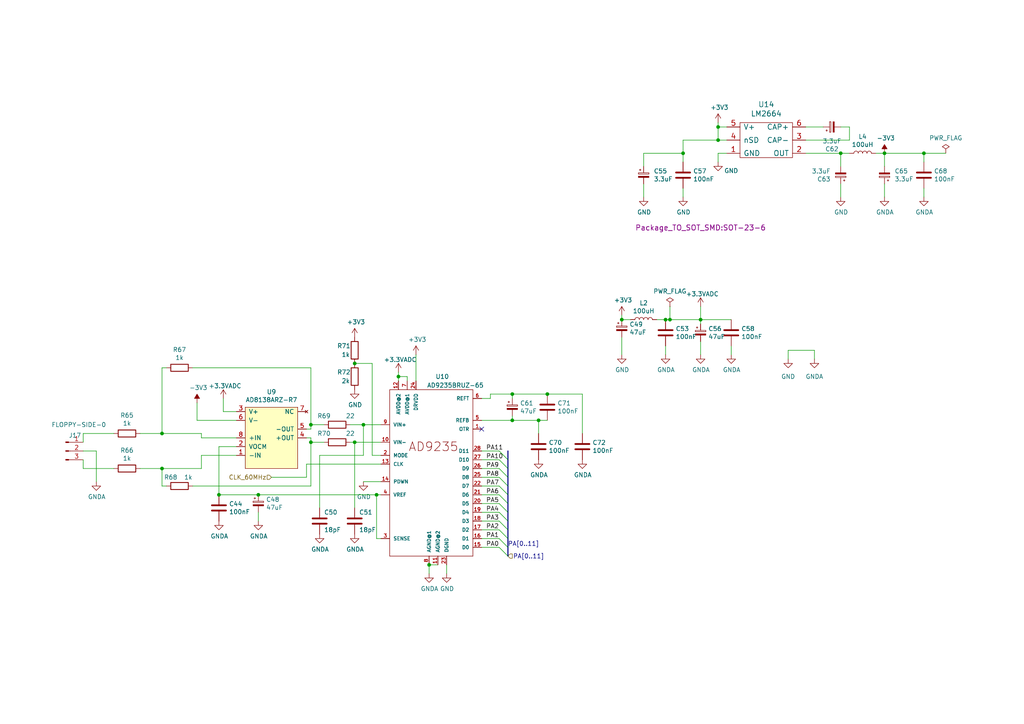
<source format=kicad_sch>
(kicad_sch (version 20211123) (generator eeschema)
  (paper "A4")
  (title_block (company "SweProj.com"))
  (lib_symbols
    (symbol "AnalogFluxReader-rescue:CP_Small-Device" (pin_numbers hide) (pin_names (offset 0.254) hide)
      (property "Reference" "C" (at 0.254 1.778 0))
      (property "Value" "CP_Small-Device" (at 0.254 -2.032 0))
      (symbol "CP_Small-Device_0_1"
        (rectangle (start -1.524 -0.3048) (end 1.524 -0.6858) (fill (type outline)))
        (rectangle (start -1.524 0.6858) (end 1.524 0.3048))
        (polyline (pts (xy -1.27 1.524) (xy -0.762 1.524)))
        (polyline (pts (xy -1.016 1.27) (xy -1.016 1.778)))
      )
      (symbol "CP_Small-Device_1_1"
        (pin passive line (at 0 2.54 270) (length 1.8542) (name "~") (number "1"))
        (pin passive line (at 0 -2.54 90) (length 1.8542) (name "~") (number "2"))
      )
    )
    (symbol "Connector:Conn_01x03_Male" (pin_names (offset 1.016) hide)
      (property "Reference" "J" (at 0 5.08 0))
      (property "Value" "Conn_01x03_Male" (at 0 -5.08 0))
      (symbol "Conn_01x03_Male_1_1"
        (polyline (pts (xy 1.27 -2.54) (xy 0.8636 -2.54)) (stroke (width 0.1524)))
        (polyline (pts (xy 1.27 0) (xy 0.8636 0)) (stroke (width 0.1524)))
        (polyline (pts (xy 1.27 2.54) (xy 0.8636 2.54)) (stroke (width 0.1524)))
        (rectangle (start 0.8636 -2.413) (end 0 -2.667) (stroke (width 0.1524)) (fill (type outline)))
        (rectangle (start 0.8636 0.127) (end 0 -0.127) (stroke (width 0.1524)) (fill (type outline)))
        (rectangle (start 0.8636 2.667) (end 0 2.413) (stroke (width 0.1524)) (fill (type outline)))
        (pin passive line (at 5.08 2.54 180) (length 3.81) (name "Pin_1") (number "1"))
        (pin passive line (at 5.08 0 180) (length 3.81) (name "Pin_2") (number "2"))
        (pin passive line (at 5.08 -2.54 180) (length 3.81) (name "Pin_3") (number "3"))
      )
    )
    (symbol "Device:C" (pin_numbers hide) (pin_names (offset 0.254))
      (property "Reference" "C" (at 0.635 2.54 0))
      (property "Value" "C" (at 0.635 -2.54 0))
      (symbol "C_0_1"
        (polyline (pts (xy -2.032 -0.762) (xy 2.032 -0.762)) (stroke (width 0.508)))
        (polyline (pts (xy -2.032 0.762) (xy 2.032 0.762)) (stroke (width 0.508)))
      )
      (symbol "C_1_1"
        (pin passive line (at 0 3.81 270) (length 2.794) (name "~") (number "1"))
        (pin passive line (at 0 -3.81 90) (length 2.794) (name "~") (number "2"))
      )
    )
    (symbol "Device:C_Polarized_Small" (pin_numbers hide) (pin_names (offset 0.254) hide)
      (property "Reference" "C" (at 0.254 1.778 0))
      (property "Value" "C_Polarized_Small" (at 0.254 -2.032 0))
      (symbol "C_Polarized_Small_0_1"
        (rectangle (start -1.524 -0.3048) (end 1.524 -0.6858) (fill (type outline)))
        (rectangle (start -1.524 0.6858) (end 1.524 0.3048))
        (polyline (pts (xy -1.27 1.524) (xy -0.762 1.524)))
        (polyline (pts (xy -1.016 1.27) (xy -1.016 1.778)))
      )
      (symbol "C_Polarized_Small_1_1"
        (pin passive line (at 0 2.54 270) (length 1.8542) (name "~") (number "1"))
        (pin passive line (at 0 -2.54 90) (length 1.8542) (name "~") (number "2"))
      )
    )
    (symbol "Device:L" (pin_numbers hide) (pin_names (offset 1.016) hide)
      (property "Reference" "L" (at -1.27 0 90))
      (property "Value" "L" (at 1.905 0 90))
      (symbol "L_0_1"
        (arc (start 0 -2.54) (mid 0.635 -1.905) (end 0 -1.27))
        (arc (start 0 -1.27) (mid 0.635 -0.635) (end 0 0))
        (arc (start 0 0) (mid 0.635 0.635) (end 0 1.27))
        (arc (start 0 1.27) (mid 0.635 1.905) (end 0 2.54))
      )
      (symbol "L_1_1"
        (pin passive line (at 0 3.81 270) (length 1.27) (name "1") (number "1"))
        (pin passive line (at 0 -3.81 90) (length 1.27) (name "2") (number "2"))
      )
    )
    (symbol "Device:R" (pin_numbers hide) (pin_names (offset 0))
      (property "Reference" "R" (at 2.032 0 90))
      (property "Value" "R" (at 0 0 90))
      (symbol "R_0_1"
        (rectangle (start -1.016 -2.54) (end 1.016 2.54) (stroke (width 0.254)))
      )
      (symbol "R_1_1"
        (pin passive line (at 0 3.81 270) (length 1.27) (name "~") (number "1"))
        (pin passive line (at 0 -3.81 90) (length 1.27) (name "~") (number "2"))
      )
    )
    (symbol "Greaseweazle:AD8138-ad8138" (pin_names (offset 1.016))
      (property "Reference" "IC" (at -7.62 10.16 0))
      (property "Value" "AD8138-ad8138" (at -7.62 -10.16 0))
      (symbol "AD8138-ad8138_0_0"
        (pin input line (at -10.16 -5.08 0) (length 2.54) (name "-IN") (number "1"))
        (pin input line (at -10.16 -2.54 0) (length 2.54) (name "VOCM") (number "2"))
        (pin power_in line (at -10.16 7.62 0) (length 2.54) (name "V+") (number "3"))
        (pin output line (at 10.16 0 180) (length 2.54) (name "+OUT") (number "4"))
        (pin output line (at 10.16 2.54 180) (length 2.54) (name "-OUT") (number "5"))
        (pin power_in line (at -10.16 5.08 0) (length 2.54) (name "V-") (number "6"))
        (pin no_connect line (at 10.16 7.62 180) (length 2.54) (name "NC") (number "7"))
        (pin input line (at -10.16 0 0) (length 2.54) (name "+IN") (number "8"))
      )
      (symbol "AD8138-ad8138_0_1"
        (rectangle (start -7.62 8.89) (end 7.62 -8.89) (fill (type background)))
      )
    )
    (symbol "Greaseweazle:AD9235BR-ad9235" (pin_names (offset 1.016))
      (property "Reference" "U" (at 2.54 26.67 0))
      (property "Value" "AD9235BR-ad9235" (at 6.35 24.13 0))
      (symbol "AD9235BR-ad9235_1_0"
        (polyline (pts (xy -12.7 -25.4) (xy -12.7 22.86)))
        (polyline (pts (xy -12.7 22.86) (xy 11.43 22.86)))
        (polyline (pts (xy 11.43 -25.4) (xy -12.7 -25.4)))
        (polyline (pts (xy 11.43 22.86) (xy 11.43 -25.4)))
        (text "AD9235" (at 0 6.35 0) (effects (font (size 2.54 2.54))))
      )
      (symbol "AD9235BR-ad9235_1_1"
        (pin output line (at 13.97 11.43 180) (length 2.54) (name "OTR") (number "1"))
        (pin input line (at -15.24 7.62 0) (length 2.54) (name "VIN-") (number "10"))
        (pin power_in line (at 1.27 -27.94 90) (length 2.54) (name "AGND@2") (number "11"))
        (pin power_in line (at -10.16 25.4 270) (length 2.54) (name "AVDD@2") (number "12"))
        (pin input line (at -15.24 1.27 0) (length 2.54) (name "CLK") (number "13"))
        (pin input line (at -15.24 -3.81 0) (length 2.54) (name "PDWN") (number "14"))
        (pin output line (at 13.97 -22.86 180) (length 2.54) (name "D0") (number "15"))
        (pin output line (at 13.97 -20.32 180) (length 2.54) (name "D1") (number "16"))
        (pin output line (at 13.97 -17.78 180) (length 2.54) (name "D2") (number "17"))
        (pin output line (at 13.97 -15.24 180) (length 2.54) (name "D3") (number "18"))
        (pin output line (at 13.97 -12.7 180) (length 2.54) (name "D4") (number "19"))
        (pin input line (at -15.24 3.81 0) (length 2.54) (name "MODE") (number "2"))
        (pin output line (at 13.97 -10.16 180) (length 2.54) (name "D5") (number "20"))
        (pin output line (at 13.97 -7.62 180) (length 2.54) (name "D6") (number "21"))
        (pin output line (at 13.97 -5.08 180) (length 2.54) (name "D7") (number "22"))
        (pin power_in line (at 3.81 -27.94 90) (length 2.54) (name "DGND") (number "23"))
        (pin power_in line (at -5.08 25.4 270) (length 2.54) (name "DRVDD") (number "24"))
        (pin output line (at 13.97 -2.54 180) (length 2.54) (name "D8") (number "25"))
        (pin output line (at 13.97 0 180) (length 2.54) (name "D9") (number "26"))
        (pin output line (at 13.97 2.54 180) (length 2.54) (name "D10") (number "27"))
        (pin output line (at 13.97 5.08 180) (length 2.54) (name "D11") (number "28"))
        (pin input line (at -15.24 -20.32 0) (length 2.54) (name "SENSE") (number "3"))
        (pin input line (at -15.24 -7.62 0) (length 2.54) (name "VREF") (number "4"))
        (pin output line (at 13.97 13.97 180) (length 2.54) (name "REFB") (number "5"))
        (pin output line (at 13.97 20.32 180) (length 2.54) (name "REFT") (number "6"))
        (pin power_in line (at -7.62 25.4 270) (length 2.54) (name "AVDD@1") (number "7"))
        (pin power_in line (at -1.27 -27.94 90) (length 2.54) (name "AGND@1") (number "8"))
        (pin input line (at -15.24 12.7 0) (length 2.54) (name "VIN+") (number "9"))
      )
    )
    (symbol "Greaseweazle:CP_Small-Device" (pin_numbers hide) (pin_names (offset 0.254) hide)
      (property "Reference" "C" (at 0.254 1.778 0))
      (property "Value" "CP_Small-Device" (at 0.254 -2.032 0))
      (symbol "CP_Small-Device_0_1"
        (rectangle (start -1.524 -0.3048) (end 1.524 -0.6858) (fill (type outline)))
        (rectangle (start -1.524 0.6858) (end 1.524 0.3048))
        (polyline (pts (xy -1.27 1.524) (xy -0.762 1.524)))
        (polyline (pts (xy -1.016 1.27) (xy -1.016 1.778)))
      )
      (symbol "CP_Small-Device_1_1"
        (pin passive line (at 0 2.54 270) (length 1.8542) (name "~") (number "1"))
        (pin passive line (at 0 -2.54 90) (length 1.8542) (name "~") (number "2"))
      )
    )
    (symbol "Greaseweazle:LM2664-tinkerforge" (pin_names (offset 1.016))
      (property "Reference" "U" (at -6.35 6.35 0))
      (property "Value" "LM2664-tinkerforge" (at 0 -6.35 0))
      (symbol "LM2664-tinkerforge_0_1"
        (rectangle (start -7.62 5.08) (end 7.62 -5.08))
      )
      (symbol "LM2664-tinkerforge_1_1"
        (pin input line (at -11.43 -3.81 0) (length 3.81) (name "GND") (number "1"))
        (pin input line (at 11.43 -3.81 180) (length 3.81) (name "OUT") (number "2"))
        (pin input line (at 11.43 0 180) (length 3.81) (name "CAP-") (number "3"))
        (pin input line (at -11.43 0 0) (length 3.81) (name "nSD") (number "4"))
        (pin input line (at -11.43 3.81 0) (length 3.81) (name "V+") (number "5"))
        (pin input line (at 11.43 3.81 180) (length 3.81) (name "CAP+") (number "6"))
      )
    )
    (symbol "power:+3.3VADC" (power) (pin_names (offset 0))
      (property "Value" "+3.3VADC" (at 0 2.54 0))
      (symbol "+3.3VADC_0_0"
        (pin power_in line (at 0 0 90) (length 0) hide (name "+3.3VADC") (number "1"))
      )
      (symbol "+3.3VADC_0_1"
        (polyline (pts (xy -0.762 1.27) (xy 0 2.54)))
        (polyline (pts (xy 0 0) (xy 0 2.54)))
        (polyline (pts (xy 0 2.54) (xy 0.762 1.27)))
      )
    )
    (symbol "power:+3V3" (power) (pin_names (offset 0))
      (property "Value" "+3V3" (at 0 3.556 0))
      (symbol "+3V3_0_1"
        (polyline (pts (xy -0.762 1.27) (xy 0 2.54)))
        (polyline (pts (xy 0 0) (xy 0 2.54)))
        (polyline (pts (xy 0 2.54) (xy 0.762 1.27)))
      )
      (symbol "+3V3_1_1"
        (pin power_in line (at 0 0 90) (length 0) hide (name "+3V3") (number "1"))
      )
    )
    (symbol "power:-3V3" (power) (pin_names (offset 0))
      (property "Value" "-3V3" (at 0 3.81 0))
      (symbol "-3V3_0_0"
        (pin power_in line (at 0 0 90) (length 0) hide (name "-3V3") (number "1"))
      )
      (symbol "-3V3_0_1"
        (polyline (pts (xy 0 0) (xy 0 1.27) (xy 0.762 1.27) (xy 0 2.54) (xy -0.762 1.27) (xy 0 1.27)) (fill (type outline)))
      )
    )
    (symbol "power:GND" (power) (pin_names (offset 0))
      (property "Value" "GND" (at 0 -3.81 0))
      (symbol "GND_0_1"
        (polyline (pts (xy 0 0) (xy 0 -1.27) (xy 1.27 -1.27) (xy 0 -2.54) (xy -1.27 -1.27) (xy 0 -1.27)))
      )
      (symbol "GND_1_1"
        (pin power_in line (at 0 0 270) (length 0) hide (name "GND") (number "1"))
      )
    )
    (symbol "power:GNDA" (power) (pin_names (offset 0))
      (property "Value" "GNDA" (at 0 -3.81 0))
      (symbol "GNDA_0_1"
        (polyline (pts (xy 0 0) (xy 0 -1.27) (xy 1.27 -1.27) (xy 0 -2.54) (xy -1.27 -1.27) (xy 0 -1.27)))
      )
      (symbol "GNDA_1_1"
        (pin power_in line (at 0 0 270) (length 0) hide (name "GNDA") (number "1"))
      )
    )
    (symbol "power:PWR_FLAG" (power) (pin_numbers hide) (pin_names (offset 0) hide)
      (property "Value" "PWR_FLAG" (at 0 3.81 0))
      (symbol "PWR_FLAG_0_0"
        (pin power_out line (at 0 0 90) (length 0) (name "pwr") (number "1"))
      )
      (symbol "PWR_FLAG_0_1"
        (polyline (pts (xy 0 0) (xy 0 1.27) (xy -1.016 1.905) (xy 0 2.54) (xy 1.016 1.905) (xy 0 1.27)))
      )
    )
  )
  (junction (at 158.75 114.3))
  (junction (at 74.93 143.51))
  (junction (at 63.5 143.51))
  (junction (at 109.22 143.51))
  (junction (at 256.54 44.45))
  (junction (at 156.21 121.92))
  (junction (at 208.28 36.83))
  (junction (at 267.97 44.45))
  (junction (at 90.17 123.19))
  (junction (at 90.17 128.27))
  (junction (at 105.41 123.19))
  (junction (at 148.59 114.3))
  (junction (at 124.46 163.83))
  (junction (at 102.87 105.41))
  (junction (at 243.84 44.45))
  (junction (at 193.04 92.71))
  (junction (at 208.28 40.64))
  (junction (at 46.99 125.73))
  (junction (at 203.2 92.71))
  (junction (at 198.12 44.45))
  (junction (at 102.87 128.27))
  (junction (at 194.31 92.71))
  (junction (at 148.59 121.92))
  (junction (at 115.57 109.22))
  (junction (at 46.99 135.89))
  (junction (at 180.34 92.71))
  (no_connect (at 139.7 124.46))
  (bus_entry (at 144.78 138.43) (size 2.54 2.54))
  (bus_entry (at 144.78 140.97) (size 2.54 2.54))
  (bus_entry (at 144.78 143.51) (size 2.54 2.54))
  (bus_entry (at 144.78 151.13) (size 2.54 2.54))
  (bus_entry (at 144.78 153.67) (size 2.54 2.54))
  (bus_entry (at 144.78 156.21) (size 2.54 2.54))
  (bus_entry (at 144.78 158.75) (size 2.54 2.54))
  (bus_entry (at 144.78 130.81) (size 2.54 2.54))
  (bus_entry (at 144.78 133.35) (size 2.54 2.54))
  (bus_entry (at 144.78 135.89) (size 2.54 2.54))
  (bus_entry (at 144.78 148.59) (size 2.54 2.54))
  (bus_entry (at 144.78 146.05) (size 2.54 2.54))
  (wire (pts (xy 105.41 139.7) (xy 110.49 139.7)))
  (wire (pts (xy 148.59 121.92) (xy 156.21 121.92)))
  (wire (pts (xy 93.98 128.27) (xy 90.17 128.27)))
  (wire (pts (xy 243.84 53.34) (xy 243.84 57.15)))
  (wire (pts (xy 203.2 92.71) (xy 203.2 88.9)))
  (wire (pts (xy 274.32 44.45) (xy 267.97 44.45)))
  (wire (pts (xy 105.41 123.19) (xy 110.49 123.19)))
  (wire (pts (xy 208.28 36.83) (xy 208.28 35.56)))
  (wire (pts (xy 120.65 110.49) (xy 120.65 102.87)))
  (wire (pts (xy 90.17 106.68) (xy 55.88 106.68)))
  (wire (pts (xy 115.57 110.49) (xy 115.57 109.22)))
  (wire (pts (xy 105.41 132.08) (xy 105.41 123.19)))
  (bus (pts (xy 147.32 130.81) (xy 147.32 133.35)))
  (wire (pts (xy 243.84 36.83) (xy 246.38 36.83)))
  (wire (pts (xy 74.93 151.13) (xy 74.93 148.59)))
  (wire (pts (xy 63.5 143.51) (xy 74.93 143.51)))
  (wire (pts (xy 139.7 135.89) (xy 144.78 135.89)))
  (wire (pts (xy 102.87 147.32) (xy 102.87 128.27)))
  (wire (pts (xy 233.68 36.83) (xy 238.76 36.83)))
  (wire (pts (xy 139.7 138.43) (xy 144.78 138.43)))
  (wire (pts (xy 74.93 143.51) (xy 109.22 143.51)))
  (wire (pts (xy 180.34 92.71) (xy 182.88 92.71)))
  (wire (pts (xy 63.5 143.51) (xy 63.5 129.54)))
  (wire (pts (xy 203.2 93.98) (xy 203.2 92.71)))
  (wire (pts (xy 46.99 140.97) (xy 46.99 135.89)))
  (wire (pts (xy 124.46 166.37) (xy 124.46 163.83)))
  (wire (pts (xy 90.17 123.19) (xy 90.17 106.68)))
  (wire (pts (xy 243.84 44.45) (xy 246.38 44.45)))
  (wire (pts (xy 88.9 134.62) (xy 110.49 134.62)))
  (wire (pts (xy 63.5 129.54) (xy 68.58 129.54)))
  (bus (pts (xy 147.32 135.89) (xy 147.32 138.43)))
  (wire (pts (xy 210.82 36.83) (xy 208.28 36.83)))
  (wire (pts (xy 208.28 44.45) (xy 210.82 44.45)))
  (wire (pts (xy 102.87 128.27) (xy 110.49 128.27)))
  (wire (pts (xy 139.7 151.13) (xy 144.78 151.13)))
  (wire (pts (xy 193.04 102.87) (xy 193.04 100.33)))
  (wire (pts (xy 68.58 119.38) (xy 64.77 119.38)))
  (wire (pts (xy 109.22 143.51) (xy 110.49 143.51)))
  (wire (pts (xy 90.17 124.46) (xy 90.17 123.19)))
  (wire (pts (xy 203.2 99.06) (xy 203.2 102.87)))
  (wire (pts (xy 109.22 143.51) (xy 109.22 156.21)))
  (wire (pts (xy 193.04 92.71) (xy 194.31 92.71)))
  (wire (pts (xy 156.21 125.73) (xy 156.21 121.92)))
  (wire (pts (xy 148.59 115.57) (xy 148.59 114.3)))
  (wire (pts (xy 24.13 125.73) (xy 24.13 128.27)))
  (bus (pts (xy 147.32 158.75) (xy 147.32 161.29)))
  (wire (pts (xy 107.95 105.41) (xy 107.95 132.08)))
  (wire (pts (xy 78.74 138.43) (xy 88.9 138.43)))
  (wire (pts (xy 256.54 53.34) (xy 256.54 57.15)))
  (wire (pts (xy 256.54 44.45) (xy 256.54 48.26)))
  (wire (pts (xy 139.7 133.35) (xy 144.78 133.35)))
  (wire (pts (xy 102.87 105.41) (xy 107.95 105.41)))
  (wire (pts (xy 180.34 97.79) (xy 180.34 102.87)))
  (wire (pts (xy 139.7 121.92) (xy 148.59 121.92)))
  (wire (pts (xy 139.7 148.59) (xy 144.78 148.59)))
  (wire (pts (xy 186.69 44.45) (xy 186.69 48.26)))
  (wire (pts (xy 156.21 121.92) (xy 158.75 121.92)))
  (wire (pts (xy 267.97 44.45) (xy 256.54 44.45)))
  (wire (pts (xy 90.17 127) (xy 88.9 127)))
  (wire (pts (xy 68.58 121.92) (xy 57.15 121.92)))
  (wire (pts (xy 92.71 132.08) (xy 105.41 132.08)))
  (wire (pts (xy 55.88 140.97) (xy 90.17 140.97)))
  (wire (pts (xy 210.82 40.64) (xy 208.28 40.64)))
  (wire (pts (xy 46.99 125.73) (xy 58.42 125.73)))
  (wire (pts (xy 186.69 44.45) (xy 198.12 44.45)))
  (wire (pts (xy 243.84 44.45) (xy 243.84 48.26)))
  (wire (pts (xy 58.42 127) (xy 68.58 127)))
  (bus (pts (xy 147.32 133.35) (xy 147.32 135.89)))
  (wire (pts (xy 48.26 140.97) (xy 46.99 140.97)))
  (wire (pts (xy 186.69 53.34) (xy 186.69 57.15)))
  (wire (pts (xy 228.6 104.14) (xy 228.6 101.6)))
  (wire (pts (xy 246.38 40.64) (xy 233.68 40.64)))
  (wire (pts (xy 127 163.83) (xy 124.46 163.83)))
  (wire (pts (xy 198.12 46.99) (xy 198.12 44.45)))
  (bus (pts (xy 147.32 140.97) (xy 147.32 143.51)))
  (wire (pts (xy 46.99 106.68) (xy 48.26 106.68)))
  (wire (pts (xy 180.34 91.44) (xy 180.34 92.71)))
  (wire (pts (xy 198.12 44.45) (xy 198.12 40.64)))
  (wire (pts (xy 90.17 140.97) (xy 90.17 128.27)))
  (wire (pts (xy 212.09 100.33) (xy 212.09 102.87)))
  (wire (pts (xy 243.84 44.45) (xy 233.68 44.45)))
  (wire (pts (xy 139.7 146.05) (xy 144.78 146.05)))
  (wire (pts (xy 68.58 132.08) (xy 58.42 132.08)))
  (bus (pts (xy 147.32 156.21) (xy 147.32 158.75)))
  (wire (pts (xy 58.42 125.73) (xy 58.42 127)))
  (wire (pts (xy 208.28 46.99) (xy 208.28 44.45)))
  (wire (pts (xy 139.7 130.81) (xy 144.78 130.81)))
  (wire (pts (xy 139.7 143.51) (xy 144.78 143.51)))
  (wire (pts (xy 129.54 166.37) (xy 129.54 163.83)))
  (wire (pts (xy 105.41 123.19) (xy 101.6 123.19)))
  (wire (pts (xy 198.12 40.64) (xy 208.28 40.64)))
  (wire (pts (xy 148.59 120.65) (xy 148.59 121.92)))
  (wire (pts (xy 142.24 114.3) (xy 148.59 114.3)))
  (wire (pts (xy 203.2 92.71) (xy 212.09 92.71)))
  (wire (pts (xy 198.12 57.15) (xy 198.12 54.61)))
  (bus (pts (xy 147.32 143.51) (xy 147.32 146.05)))
  (wire (pts (xy 88.9 124.46) (xy 90.17 124.46)))
  (wire (pts (xy 267.97 46.99) (xy 267.97 44.45)))
  (wire (pts (xy 246.38 36.83) (xy 246.38 40.64)))
  (wire (pts (xy 168.91 114.3) (xy 168.91 125.73)))
  (wire (pts (xy 115.57 109.22) (xy 115.57 107.95)))
  (wire (pts (xy 139.7 156.21) (xy 144.78 156.21)))
  (wire (pts (xy 267.97 57.15) (xy 267.97 54.61)))
  (wire (pts (xy 93.98 123.19) (xy 90.17 123.19)))
  (wire (pts (xy 142.24 115.57) (xy 142.24 114.3)))
  (wire (pts (xy 118.11 109.22) (xy 115.57 109.22)))
  (wire (pts (xy 33.02 135.89) (xy 24.13 135.89)))
  (wire (pts (xy 64.77 119.38) (xy 64.77 115.57)))
  (wire (pts (xy 88.9 138.43) (xy 88.9 134.62)))
  (wire (pts (xy 40.64 125.73) (xy 46.99 125.73)))
  (wire (pts (xy 58.42 132.08) (xy 58.42 135.89)))
  (wire (pts (xy 58.42 135.89) (xy 46.99 135.89)))
  (bus (pts (xy 147.32 146.05) (xy 147.32 148.59)))
  (wire (pts (xy 27.94 139.7) (xy 27.94 130.81)))
  (wire (pts (xy 102.87 128.27) (xy 101.6 128.27)))
  (wire (pts (xy 139.7 140.97) (xy 144.78 140.97)))
  (bus (pts (xy 147.32 148.59) (xy 147.32 151.13)))
  (wire (pts (xy 46.99 125.73) (xy 46.99 106.68)))
  (wire (pts (xy 90.17 128.27) (xy 90.17 127)))
  (wire (pts (xy 46.99 135.89) (xy 40.64 135.89)))
  (wire (pts (xy 256.54 44.45) (xy 254 44.45)))
  (wire (pts (xy 228.6 101.6) (xy 236.22 101.6)))
  (wire (pts (xy 236.22 101.6) (xy 236.22 104.14)))
  (wire (pts (xy 109.22 156.21) (xy 110.49 156.21)))
  (wire (pts (xy 92.71 147.32) (xy 92.71 132.08)))
  (wire (pts (xy 118.11 110.49) (xy 118.11 109.22)))
  (bus (pts (xy 147.32 153.67) (xy 147.32 156.21)))
  (wire (pts (xy 139.7 153.67) (xy 144.78 153.67)))
  (wire (pts (xy 57.15 121.92) (xy 57.15 116.84)))
  (wire (pts (xy 148.59 114.3) (xy 158.75 114.3)))
  (wire (pts (xy 208.28 40.64) (xy 208.28 36.83)))
  (wire (pts (xy 194.31 92.71) (xy 203.2 92.71)))
  (wire (pts (xy 24.13 125.73) (xy 33.02 125.73)))
  (bus (pts (xy 147.32 151.13) (xy 147.32 153.67)))
  (wire (pts (xy 107.95 132.08) (xy 110.49 132.08)))
  (wire (pts (xy 139.7 115.57) (xy 142.24 115.57)))
  (bus (pts (xy 147.32 138.43) (xy 147.32 140.97)))
  (wire (pts (xy 24.13 133.35) (xy 24.13 135.89)))
  (wire (pts (xy 190.5 92.71) (xy 193.04 92.71)))
  (wire (pts (xy 194.31 88.9) (xy 194.31 92.71)))
  (wire (pts (xy 158.75 114.3) (xy 168.91 114.3)))
  (wire (pts (xy 27.94 130.81) (xy 24.13 130.81)))
  (wire (pts (xy 139.7 158.75) (xy 144.78 158.75)))
  (label "PA7" (at 140.97 140.97 0))
  (label "PA4" (at 140.97 148.59 0))
  (label "PA2" (at 140.97 153.67 0))
  (label "PA11" (at 140.97 130.81 0))
  (label "PA5" (at 140.97 146.05 0))
  (label "PA10" (at 140.97 133.35 0))
  (label "PA3" (at 140.97 151.13 0))
  (label "PA8" (at 140.97 138.43 0))
  (label "PA0" (at 140.97 158.75 0))
  (label "PA9" (at 140.97 135.89 0))
  (label "PA1" (at 140.97 156.21 0))
  (label "PA[0..11]" (at 147.32 158.75 0))
  (label "PA6" (at 140.97 143.51 0))
  (hierarchical_label "CLK_60MHz" (shape input) (at 78.74 138.43 180))
  (hierarchical_label "PA[0..11]" (shape input) (at 147.32 161.29 0))
  (symbol (lib_id "power:+3.3VADC") (at 115.57 107.95 0) (unit 1)
    (property "Reference" "#PWR0210" (effects hide))
    (property "Value" "+3.3VADC" (at 116.078 104.3178 0))
  )
  (symbol (lib_id "Device:C") (at 63.5 147.32 180) (unit 1)
    (property "Reference" "C44" (at 66.421 146.1516 0) (effects (justify right)))
    (property "Value" "100nF" (at 66.421 148.463 0) (effects (justify right)))
    (property "Footprint" "Capacitor_SMD:C_0402_1005Metric" (effects hide))
    (property "LCSC" "C1525" (effects hide))
  )
  (symbol (lib_id "Device:L") (at 186.69 92.71 90) (unit 1)
    (property "Reference" "L2" (at 186.69 87.884 90))
    (property "Value" "100uH" (at 186.69 90.1954 90))
    (property "Footprint" "Greaseweazle:L_6.3x6.3_H3" (effects hide))
    (property "LCSC" "C434839" (effects hide))
  )
  (symbol (lib_id "power:GNDA") (at 74.93 151.13 0) (unit 1)
    (property "Reference" "#PWR0195" (effects hide))
    (property "Value" "GNDA" (at 75.057 155.5242 0))
  )
  (symbol (lib_id "Greaseweazle:CP_Small-Device") (at 148.59 118.11 0) (unit 1)
    (property "Reference" "C61" (at 150.8252 116.9416 0) (effects (justify left)))
    (property "Value" "47uF" (at 150.8252 119.253 0) (effects (justify left)))
    (property "Footprint" "Capacitor_SMD:C_0603_1608Metric" (effects hide))
    (property "LCSC" "C140782" (effects hide))
  )
  (symbol (lib_id "Device:C_Polarized_Small") (at 243.84 50.8 180) (unit 1)
    (property "Reference" "C63" (at 240.919 51.9684 0) (effects (justify left)))
    (property "Value" "3.3uF" (at 240.919 49.657 0) (effects (justify left)))
    (property "Footprint" "Capacitor_SMD:CP_Elec_4x5.4" (effects hide))
    (property "LCSC" "C87864" (effects hide))
  )
  (symbol (lib_id "power:GNDA") (at 124.46 166.37 0) (unit 1)
    (property "Reference" "#PWR0212" (effects hide))
    (property "Value" "GNDA" (at 124.587 170.7642 0))
  )
  (symbol (lib_id "power:GND") (at 186.69 57.15 0) (unit 1)
    (property "Reference" "#PWR0192" (effects hide))
    (property "Value" "GND" (at 186.817 61.5442 0))
  )
  (symbol (lib_id "Device:R") (at 52.07 106.68 270) (unit 1)
    (property "Reference" "R67" (at 52.07 101.4222 90))
    (property "Value" "1k" (at 52.07 103.7336 90))
    (property "Footprint" "Resistor_THT:R_Axial_DIN0207_L6.3mm_D2.5mm_P7.62mm_Horizontal" (effects hide))
    (property "LCSC" "C11702" (effects hide))
  )
  (symbol (lib_id "power:PWR_FLAG") (at 274.32 44.45 0) (unit 1)
    (property "Reference" "#FLG0102" (effects hide))
    (property "Value" "PWR_FLAG" (at 274.32 40.0304 0))
  )
  (symbol (lib_id "power:GNDA") (at 27.94 139.7 0) (unit 1)
    (property "Reference" "#PWR0205" (effects hide))
    (property "Value" "GNDA" (at 28.067 144.0942 0))
  )
  (symbol (lib_id "Device:C_Polarized_Small") (at 186.69 50.8 0) (unit 1)
    (property "Reference" "C55" (at 189.611 49.6316 0) (effects (justify left)))
    (property "Value" "3.3uF" (at 189.611 51.943 0) (effects (justify left)))
    (property "Footprint" "Capacitor_SMD:CP_Elec_4x5.4" (effects hide))
    (property "LCSC" "C87864" (effects hide))
  )
  (symbol (lib_id "power:-3V3") (at 57.15 116.84 0) (unit 1)
    (property "Reference" "#PWR0207" (effects hide))
    (property "Value" "-3V3" (at 57.531 112.4458 0))
  )
  (symbol (lib_id "Device:C") (at 168.91 129.54 180) (unit 1)
    (property "Reference" "C72" (at 171.831 128.3716 0) (effects (justify right)))
    (property "Value" "100nF" (at 171.831 130.683 0) (effects (justify right)))
    (property "Footprint" "Capacitor_SMD:C_0402_1005Metric" (effects hide))
    (property "LCSC" "C1525" (effects hide))
  )
  (symbol (lib_id "power:GNDA") (at 256.54 57.15 0) (unit 1)
    (property "Reference" "#PWR0188" (effects hide))
    (property "Value" "GNDA" (at 256.667 61.5442 0))
  )
  (symbol (lib_id "Device:C") (at 198.12 50.8 0) (unit 1)
    (property "Reference" "C57" (at 201.041 49.6316 0) (effects (justify left)))
    (property "Value" "100nF" (at 201.041 51.943 0) (effects (justify left)))
    (property "Footprint" "Capacitor_SMD:C_0402_1005Metric" (effects hide))
    (property "LCSC" "C1525" (effects hide))
  )
  (symbol (lib_id "power:GND") (at 105.41 139.7 0) (unit 1)
    (property "Reference" "#PWR0191" (effects hide))
    (property "Value" "GND" (at 105.537 144.0942 0))
  )
  (symbol (lib_id "Device:R") (at 36.83 135.89 270) (unit 1)
    (property "Reference" "R66" (at 36.83 130.6322 90))
    (property "Value" "1k" (at 36.83 132.9436 90))
    (property "Footprint" "Resistor_THT:R_Axial_DIN0207_L6.3mm_D2.5mm_P7.62mm_Horizontal" (effects hide))
    (property "LCSC" "C11702" (effects hide))
  )
  (symbol (lib_id "power:GNDA") (at 212.09 102.87 0) (unit 1)
    (property "Reference" "#PWR0199" (effects hide))
    (property "Value" "GNDA" (at 212.217 107.2642 0))
  )
  (symbol (lib_id "Greaseweazle:AD8138-ad8138") (at 78.74 127 0) (unit 1)
    (property "Reference" "U9" (at 78.74 113.665 0))
    (property "Value" "AD8138ARZ-R7" (at 78.74 115.9764 0))
    (property "Footprint" "Package_SO:SOIC-8_3.9x4.9mm_P1.27mm" (effects hide))
    (property "Datasheet" "http://www.analog.com/media/en/technical-documentation/data-sheets/AD8138.pdf" (effects hide))
    (property "Farnell" "2725700" (effects hide))
  )
  (symbol (lib_id "Device:C") (at 156.21 129.54 180) (unit 1)
    (property "Reference" "C70" (at 159.131 128.3716 0) (effects (justify right)))
    (property "Value" "100nF" (at 159.131 130.683 0) (effects (justify right)))
    (property "Footprint" "Capacitor_SMD:C_0402_1005Metric" (effects hide))
    (property "LCSC" "C1525" (effects hide))
  )
  (symbol (lib_id "power:GNDA") (at 203.2 102.87 0) (unit 1)
    (property "Reference" "#PWR0183" (effects hide))
    (property "Value" "GNDA" (at 203.327 107.2642 0))
  )
  (symbol (lib_id "power:GNDA") (at 92.71 154.94 0) (unit 1)
    (property "Reference" "#PWR0194" (effects hide))
    (property "Value" "GNDA" (at 92.837 159.3342 0))
  )
  (symbol (lib_id "Greaseweazle:LM2664-tinkerforge") (at 222.25 40.64 0) (unit 1)
    (property "Reference" "U14" (at 222.25 30.2768 0) (effects (font (size 1.524 1.524))))
    (property "Value" "LM2664" (at 222.25 32.9692 0) (effects (font (size 1.524 1.524))))
    (property "Footprint" "Package_TO_SOT_SMD:SOT-23-6" (at 203.2 66.04 0) (effects (font (size 1.524 1.524))))
    (property "LCSC" "C840095" (effects hide))
  )
  (symbol (lib_id "power:+3V3") (at 180.34 91.44 0) (unit 1)
    (property "Reference" "#PWR0189" (effects hide))
    (property "Value" "+3V3" (at 180.721 87.0458 0))
  )
  (symbol (lib_id "power:+3.3VADC") (at 64.77 115.57 0) (unit 1)
    (property "Reference" "#PWR0203" (effects hide))
    (property "Value" "+3.3VADC" (at 65.278 111.9378 0))
  )
  (symbol (lib_id "power:GND") (at 102.87 113.03 0) (unit 1)
    (property "Reference" "#PWR0211" (effects hide))
    (property "Value" "GND" (at 102.997 117.4242 0))
  )
  (symbol (lib_id "Greaseweazle:CP_Small-Device") (at 203.2 96.52 0) (unit 1)
    (property "Reference" "C56" (at 205.4352 95.3516 0) (effects (justify left)))
    (property "Value" "47uF" (at 205.4352 97.663 0) (effects (justify left)))
    (property "Footprint" "Capacitor_SMD:C_0603_1608Metric" (effects hide))
    (property "LCSC" "C140782" (effects hide))
  )
  (symbol (lib_id "Greaseweazle:CP_Small-Device") (at 180.34 95.25 0) (unit 1)
    (property "Reference" "C49" (at 182.5752 94.0816 0) (effects (justify left)))
    (property "Value" "47uF" (at 182.5752 96.393 0) (effects (justify left)))
    (property "Footprint" "Capacitor_SMD:C_0603_1608Metric" (effects hide))
    (property "LCSC" "C140782" (effects hide))
  )
  (symbol (lib_id "Device:R") (at 52.07 140.97 270) (unit 1)
    (property "Reference" "R68" (at 49.53 138.43 90))
    (property "Value" "1k" (at 54.61 138.43 90))
    (property "Footprint" "Resistor_THT:R_Axial_DIN0207_L6.3mm_D2.5mm_P7.62mm_Horizontal" (effects hide))
    (property "LCSC" "C11702" (effects hide))
  )
  (symbol (lib_id "power:GNDA") (at 156.21 133.35 0) (unit 1)
    (property "Reference" "#PWR0215" (effects hide))
    (property "Value" "GNDA" (at 156.337 137.7442 0))
  )
  (symbol (lib_id "power:+3V3") (at 120.65 102.87 0) (unit 1)
    (property "Reference" "#PWR0209" (effects hide))
    (property "Value" "+3V3" (at 121.031 98.4758 0))
  )
  (symbol (lib_id "Device:C_Polarized_Small") (at 256.54 50.8 180) (unit 1)
    (property "Reference" "C65" (at 259.461 49.6316 0) (effects (justify right)))
    (property "Value" "3.3uF" (at 259.461 51.943 0) (effects (justify right)))
    (property "Footprint" "Capacitor_SMD:CP_Elec_4x5.4" (effects hide))
    (property "LCSC" "C87864" (effects hide))
  )
  (symbol (lib_id "Greaseweazle:AD9235BR-ad9235") (at 125.73 135.89 0) (unit 1)
    (property "Reference" "U10" (at 128.27 109.22 0))
    (property "Value" "AD9235BRUZ-65" (at 132.08 111.76 0))
    (property "Footprint" "Package_SO:TSSOP-28_4.4x9.7mm_P0.65mm" (effects hide))
  )
  (symbol (lib_id "power:GND") (at 228.6 104.14 0) (unit 1)
    (property "Reference" "#PWR0259" (effects hide))
    (property "Value" "GND" (at 228.6 109.22 0))
  )
  (symbol (lib_id "Device:C") (at 212.09 96.52 0) (unit 1)
    (property "Reference" "C58" (at 215.011 95.3516 0) (effects (justify left)))
    (property "Value" "100nF" (at 215.011 97.663 0) (effects (justify left)))
    (property "Footprint" "Capacitor_SMD:C_0402_1005Metric" (effects hide))
    (property "LCSC" "C1525" (effects hide))
  )
  (symbol (lib_id "Device:C") (at 267.97 50.8 0) (unit 1)
    (property "Reference" "C68" (at 270.891 49.6316 0) (effects (justify left)))
    (property "Value" "100nF" (at 270.891 51.943 0) (effects (justify left)))
    (property "Footprint" "Capacitor_SMD:C_0402_1005Metric" (effects hide))
    (property "LCSC" "C1525" (effects hide))
  )
  (symbol (lib_id "Device:C_Polarized_Small") (at 241.3 36.83 90) (unit 1)
    (property "Reference" "C62" (at 241.3 43.2308 90))
    (property "Value" "3.3uF" (at 241.3 40.9194 90))
    (property "Footprint" "Capacitor_SMD:CP_Elec_4x5.4" (effects hide))
    (property "LCSC" "C87864" (effects hide))
  )
  (symbol (lib_id "Device:R") (at 97.79 123.19 270) (unit 1)
    (property "Reference" "R69" (at 93.98 120.65 90))
    (property "Value" "22" (at 101.6 120.65 90))
    (property "Footprint" "Resistor_SMD:R_0402_1005Metric" (effects hide))
    (property "LCSC" "C25092" (effects hide))
  )
  (symbol (lib_id "power:GND") (at 129.54 166.37 0) (unit 1)
    (property "Reference" "#PWR0214" (effects hide))
    (property "Value" "GND" (at 129.667 170.7642 0))
  )
  (symbol (lib_id "power:GND") (at 208.28 46.99 0) (unit 1)
    (property "Reference" "#PWR0197" (effects hide))
    (property "Value" "GND" (at 212.09 49.53 0))
  )
  (symbol (lib_id "Connector:Conn_01x03_Male") (at 19.05 130.81 0) (unit 1)
    (property "Reference" "J17" (at 21.7424 126.2888 0))
    (property "Value" "FLOPPY-SIDE-0" (at 22.86 123.19 0))
    (property "Footprint" "Connector_PinHeader_2.54mm:PinHeader_1x03_P2.54mm_Vertical" (effects hide))
  )
  (symbol (lib_id "Device:C") (at 102.87 151.13 180) (unit 1)
    (property "Reference" "C51" (at 104.14 148.59 0) (effects (justify right)))
    (property "Value" "18pF" (at 104.14 153.67 0) (effects (justify right)))
    (property "Footprint" "Capacitor_SMD:C_0402_1005Metric" (effects hide))
    (property "LCSC" "C1549" (effects hide))
  )
  (symbol (lib_id "Device:C") (at 92.71 151.13 180) (unit 1)
    (property "Reference" "C50" (at 93.98 148.59 0) (effects (justify right)))
    (property "Value" "18pF" (at 93.98 153.67 0) (effects (justify right)))
    (property "Footprint" "Capacitor_SMD:C_0402_1005Metric" (effects hide))
    (property "LCSC" "C1549" (effects hide))
  )
  (symbol (lib_id "Device:R") (at 97.79 128.27 270) (unit 1)
    (property "Reference" "R70" (at 93.98 125.73 90))
    (property "Value" "22" (at 101.6 125.73 90))
    (property "Footprint" "Resistor_SMD:R_0402_1005Metric" (effects hide))
    (property "LCSC" "C25092" (effects hide))
  )
  (symbol (lib_id "power:GND") (at 198.12 57.15 0) (unit 1)
    (property "Reference" "#PWR0198" (effects hide))
    (property "Value" "GND" (at 198.247 61.5442 0))
  )
  (symbol (lib_id "Device:R") (at 102.87 109.22 180) (unit 1)
    (property "Reference" "R72" (at 97.79 107.95 0) (effects (justify right)))
    (property "Value" "2k" (at 99.06 110.49 0) (effects (justify right)))
    (property "Footprint" "Resistor_SMD:R_0402_1005Metric" (effects hide))
    (property "LCSC" "C4109" (effects hide))
  )
  (symbol (lib_id "power:GNDA") (at 102.87 154.94 0) (unit 1)
    (property "Reference" "#PWR0193" (effects hide))
    (property "Value" "GNDA" (at 102.997 159.3342 0))
  )
  (symbol (lib_id "power:+3V3") (at 102.87 97.79 0) (unit 1)
    (property "Reference" "#PWR0208" (effects hide))
    (property "Value" "+3V3" (at 103.251 93.3958 0))
  )
  (symbol (lib_id "power:GNDA") (at 168.91 133.35 0) (unit 1)
    (property "Reference" "#PWR0216" (effects hide))
    (property "Value" "GNDA" (at 169.037 137.7442 0))
  )
  (symbol (lib_id "Device:R") (at 102.87 101.6 180) (unit 1)
    (property "Reference" "R71" (at 97.79 100.33 0) (effects (justify right)))
    (property "Value" "1k" (at 99.06 102.87 0) (effects (justify right)))
    (property "Footprint" "Resistor_SMD:R_0402_1005Metric" (effects hide))
    (property "LCSC" "C11702" (effects hide))
  )
  (symbol (lib_id "Device:L") (at 250.19 44.45 90) (unit 1)
    (property "Reference" "L4" (at 250.19 39.624 90))
    (property "Value" "100uH" (at 250.19 41.9354 90))
    (property "Footprint" "Greaseweazle:L_6.3x6.3_H3" (effects hide))
    (property "LCSC" "C434839" (effects hide))
  )
  (symbol (lib_id "Device:C") (at 193.04 96.52 0) (unit 1)
    (property "Reference" "C53" (at 195.961 95.3516 0) (effects (justify left)))
    (property "Value" "100nF" (at 195.961 97.663 0) (effects (justify left)))
    (property "Footprint" "Capacitor_SMD:C_0402_1005Metric" (effects hide))
    (property "LCSC" "C1525" (effects hide))
  )
  (symbol (lib_id "power:-3V3") (at 256.54 44.45 0) (unit 1)
    (property "Reference" "#PWR0206" (effects hide))
    (property "Value" "-3V3" (at 256.921 40.0558 0))
  )
  (symbol (lib_id "power:GNDA") (at 193.04 102.87 0) (unit 1)
    (property "Reference" "#PWR0184" (effects hide))
    (property "Value" "GNDA" (at 193.167 107.2642 0))
  )
  (symbol (lib_id "power:GNDA") (at 267.97 57.15 0) (unit 1)
    (property "Reference" "#PWR0187" (effects hide))
    (property "Value" "GNDA" (at 268.097 61.5442 0))
  )
  (symbol (lib_id "power:GNDA") (at 236.22 104.14 0) (unit 1)
    (property "Reference" "#PWR0258" (effects hide))
    (property "Value" "GNDA" (at 236.22 109.22 0))
  )
  (symbol (lib_id "power:+3.3VADC") (at 203.2 88.9 0) (unit 1)
    (property "Reference" "#PWR0186" (effects hide))
    (property "Value" "+3.3VADC" (at 203.708 85.2678 0))
  )
  (symbol (lib_id "power:+3V3") (at 208.28 35.56 0) (unit 1)
    (property "Reference" "#PWR0196" (effects hide))
    (property "Value" "+3V3" (at 208.661 31.1658 0))
  )
  (symbol (lib_id "AnalogFluxReader-rescue:CP_Small-Device") (at 74.93 146.05 0) (unit 1)
    (property "Reference" "C48" (at 77.1652 144.8816 0) (effects (justify left)))
    (property "Value" "47uF" (at 77.1652 147.193 0) (effects (justify left)))
    (property "Footprint" "Capacitor_SMD:C_0603_1608Metric" (effects hide))
    (property "LCSC" "C140782" (effects hide))
  )
  (symbol (lib_id "Device:R") (at 36.83 125.73 270) (unit 1)
    (property "Reference" "R65" (at 36.83 120.4722 90))
    (property "Value" "1k" (at 36.83 122.7836 90))
    (property "Footprint" "Resistor_THT:R_Axial_DIN0207_L6.3mm_D2.5mm_P7.62mm_Horizontal" (effects hide))
    (property "LCSC" "C11702" (effects hide))
  )
  (symbol (lib_id "Device:C") (at 158.75 118.11 180) (unit 1)
    (property "Reference" "C71" (at 161.671 116.9416 0) (effects (justify right)))
    (property "Value" "100nF" (at 161.671 119.253 0) (effects (justify right)))
    (property "Footprint" "Capacitor_SMD:C_0402_1005Metric" (effects hide))
    (property "LCSC" "C1525" (effects hide))
  )
  (symbol (lib_id "power:GND") (at 243.84 57.15 0) (unit 1)
    (property "Reference" "#PWR0204" (effects hide))
    (property "Value" "GND" (at 243.967 61.5442 0))
  )
  (symbol (lib_id "power:PWR_FLAG") (at 194.31 88.9 0) (unit 1)
    (property "Reference" "#FLG0101" (effects hide))
    (property "Value" "PWR_FLAG" (at 194.31 84.4804 0))
  )
  (symbol (lib_id "power:GND") (at 180.34 102.87 0) (unit 1)
    (property "Reference" "#PWR0177" (effects hide))
    (property "Value" "GND" (at 180.467 107.2642 0))
  )
  (symbol (lib_id "power:GNDA") (at 63.5 151.13 0) (unit 1)
    (property "Reference" "#PWR0202" (effects hide))
    (property "Value" "GNDA" (at 63.627 155.5242 0))
  )
)
</source>
